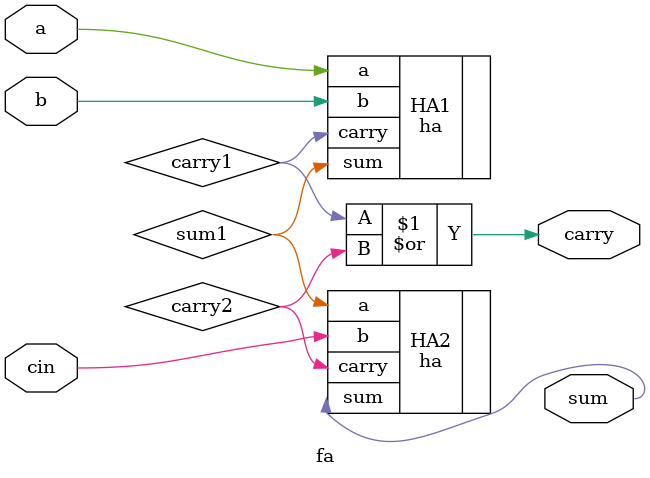
<source format=v>
`timescale 1ns / 1ps 
module fa (
    input a, b, cin,
    output sum, carry
);
    wire sum1, carry1, carry2;
    
    ha HA1 (.a(a), .b(b), .sum(sum1), .carry(carry1));
    ha HA2 (.a(sum1), .b(cin), .sum(sum), .carry(carry2));
    
    assign carry = carry1 | carry2;
endmodule


</source>
